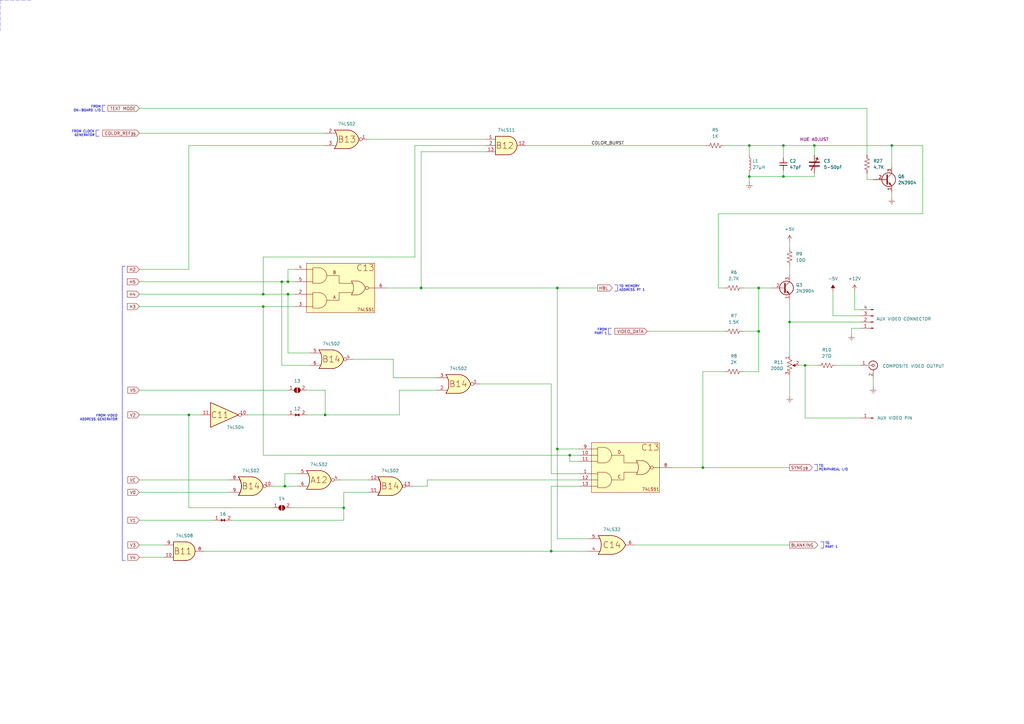
<source format=kicad_sch>
(kicad_sch (version 20211123) (generator eeschema)
  (paper "A3")
  (title_block (title "Apple II - Video Generator Part 2") (date "2022-07-11") (rev "1") (company "Apple Computers, Inc.") (comment 1 "Original schematic by Apple Computers") (comment 2 "https://github.com/omega9380/Retro-Schematics") (comment 3 "Replication by Omega9380 - July 2022") (comment 4 "Source: The Apple II Circuit Description by W. Gayler"))
  (lib_symbols
    (symbol "Apple II:A12_74LS02" (pin_names (offset 1.016))
      (property "Value" "A12_74LS02" (at 0 -6.35 0))
      (symbol "A12_74LS02_0_0"
        (text "A12" (at 1.27 0 0) (effects (font (size 2.54 2.54))))
      )
      (symbol "A12_74LS02_1_1"
        (pin output inverted (at 10.16 0 180) (length 3.81) (name "~") (number "1"))
        (pin input line (at -7.62 2.54 0) (length 4.318) (name "~") (number "2"))
        (pin input line (at -7.62 -2.54 0) (length 4.318) (name "~") (number "3"))
      )
      (symbol "A12_74LS02_1_2"
        (pin output line (at 7.62 0 180) (length 3.81) (name "~") (number "1"))
        (pin input inverted (at -7.62 2.54 0) (length 3.81) (name "~") (number "2"))
        (pin input inverted (at -7.62 -2.54 0) (length 3.81) (name "~") (number "3"))
      )
      (symbol "A12_74LS02_2_1"
        (pin output inverted (at 10.16 0 180) (length 3.81) (name "~") (number "4"))
        (pin input line (at -7.62 2.54 0) (length 4.318) (name "~") (number "5"))
        (pin input line (at -7.62 -2.54 0) (length 4.318) (name "~") (number "6"))
      )
      (symbol "A12_74LS02_2_2"
        (pin output line (at 7.62 0 180) (length 3.81) (name "~") (number "4"))
        (pin input inverted (at -7.62 2.54 0) (length 3.81) (name "~") (number "5"))
        (pin input inverted (at -7.62 -2.54 0) (length 3.81) (name "~") (number "6"))
      )
      (symbol "A12_74LS02_3_1"
        (pin output inverted (at 10.16 0 180) (length 3.81) (name "~") (number "10"))
        (pin input line (at -7.62 2.54 0) (length 4.318) (name "~") (number "8"))
        (pin input line (at -7.62 -2.54 0) (length 4.318) (name "~") (number "9"))
      )
      (symbol "A12_74LS02_3_2"
        (pin output line (at 7.62 0 180) (length 3.81) (name "~") (number "10"))
        (pin input inverted (at -7.62 2.54 0) (length 3.81) (name "~") (number "8"))
        (pin input inverted (at -7.62 -2.54 0) (length 3.81) (name "~") (number "9"))
      )
      (symbol "A12_74LS02_4_1"
        (pin input line (at -7.62 2.54 0) (length 4.318) (name "~") (number "11"))
        (pin input line (at -7.62 -2.54 0) (length 4.318) (name "~") (number "12"))
        (pin output inverted (at 10.16 0 180) (length 3.81) (name "~") (number "13"))
      )
      (symbol "A12_74LS02_4_2"
        (pin input inverted (at -7.62 2.54 0) (length 3.81) (name "~") (number "11"))
        (pin input inverted (at -7.62 -2.54 0) (length 3.81) (name "~") (number "12"))
        (pin output line (at 7.62 0 180) (length 3.81) (name "~") (number "13"))
      )
    )
    (symbol "Apple II:B11_74LS08" (pin_names (offset 1.016))
      (property "Value" "B11_74LS08" (at 0 -6.35 0))
      (symbol "B11_74LS08_0_0"
        (text "B11" (at 0 0 0) (effects (font (size 2.54 2.54))))
      )
      (symbol "B11_74LS08_1_1"
        (pin input line (at -7.62 2.54 0) (length 3.81) (name "~") (number "1"))
        (pin input line (at -7.62 -2.54 0) (length 3.81) (name "~") (number "2"))
        (pin output line (at 8.89 0 180) (length 3.81) (name "~") (number "3"))
      )
      (symbol "B11_74LS08_1_2"
        (pin input inverted (at -7.62 2.54 0) (length 4.318) (name "~") (number "1"))
        (pin input inverted (at -7.62 -2.54 0) (length 4.318) (name "~") (number "2"))
        (pin output inverted (at 7.62 0 180) (length 3.81) (name "~") (number "3"))
      )
      (symbol "B11_74LS08_2_1"
        (pin input line (at -7.62 2.54 0) (length 3.81) (name "~") (number "4"))
        (pin input line (at -7.62 -2.54 0) (length 3.81) (name "~") (number "5"))
        (pin output line (at 8.89 0 180) (length 3.81) (name "~") (number "6"))
      )
      (symbol "B11_74LS08_2_2"
        (pin input inverted (at -7.62 2.54 0) (length 4.318) (name "~") (number "4"))
        (pin input inverted (at -7.62 -2.54 0) (length 4.318) (name "~") (number "5"))
        (pin output inverted (at 7.62 0 180) (length 3.81) (name "~") (number "6"))
      )
      (symbol "B11_74LS08_3_1"
        (pin input line (at -7.62 -2.54 0) (length 3.81) (name "~") (number "10"))
        (pin output line (at 8.89 0 180) (length 3.81) (name "~") (number "8"))
        (pin input line (at -7.62 2.54 0) (length 3.81) (name "~") (number "9"))
      )
      (symbol "B11_74LS08_3_2"
        (pin input inverted (at -7.62 -2.54 0) (length 4.318) (name "~") (number "10"))
        (pin output inverted (at 7.62 0 180) (length 3.81) (name "~") (number "8"))
        (pin input inverted (at -7.62 2.54 0) (length 4.318) (name "~") (number "9"))
      )
      (symbol "B11_74LS08_4_1"
        (pin output line (at 8.89 0 180) (length 3.81) (name "~") (number "11"))
        (pin input line (at -7.62 2.54 0) (length 3.81) (name "~") (number "12"))
        (pin input line (at -7.62 -2.54 0) (length 3.81) (name "~") (number "13"))
      )
      (symbol "B11_74LS08_4_2"
        (pin output inverted (at 7.62 0 180) (length 3.81) (name "~") (number "11"))
        (pin input inverted (at -7.62 2.54 0) (length 4.318) (name "~") (number "12"))
        (pin input inverted (at -7.62 -2.54 0) (length 4.318) (name "~") (number "13"))
      )
    )
    (symbol "Apple II:B12_74LS11" (pin_names (offset 1.016))
      (property "Value" "B12_74LS11" (at 0 -6.35 0))
      (symbol "B12_74LS11_0_0"
        (text "B12" (at 0 0 0) (effects (font (size 2.54 2.54))))
      )
      (symbol "B12_74LS11_1_1"
        (pin input line (at -7.62 2.54 0) (length 3.81) (name "~") (number "1"))
        (pin output line (at 8.89 0 180) (length 3.81) (name "~") (number "12"))
        (pin input line (at -7.62 -2.54 0) (length 3.81) (name "~") (number "13"))
        (pin input line (at -7.62 0 0) (length 3.81) (name "~") (number "2"))
      )
      (symbol "B12_74LS11_1_2"
        (pin input inverted (at -7.62 2.54 0) (length 4.318) (name "~") (number "1"))
        (pin output inverted (at 7.62 0 180) (length 3.81) (name "~") (number "12"))
        (pin input inverted (at -7.62 -2.54 0) (length 4.318) (name "~") (number "13"))
        (pin input inverted (at -7.62 0 0) (length 4.953) (name "~") (number "2"))
      )
      (symbol "B12_74LS11_2_1"
        (pin input line (at -7.62 2.54 0) (length 3.81) (name "~") (number "3"))
        (pin input line (at -7.62 0 0) (length 3.81) (name "~") (number "4"))
        (pin input line (at -7.62 -2.54 0) (length 3.81) (name "~") (number "5"))
        (pin output line (at 8.89 0 180) (length 3.81) (name "~") (number "6"))
      )
      (symbol "B12_74LS11_2_2"
        (pin input inverted (at -7.62 2.54 0) (length 4.318) (name "~") (number "3"))
        (pin input inverted (at -7.62 0 0) (length 4.953) (name "~") (number "4"))
        (pin input inverted (at -7.62 -2.54 0) (length 4.318) (name "~") (number "5"))
        (pin output inverted (at 7.62 0 180) (length 3.81) (name "~") (number "6"))
      )
      (symbol "B12_74LS11_3_1"
        (pin input line (at -7.62 0 0) (length 3.81) (name "~") (number "10"))
        (pin input line (at -7.62 -2.54 0) (length 3.81) (name "~") (number "11"))
        (pin output line (at 8.89 0 180) (length 3.81) (name "~") (number "8"))
        (pin input line (at -7.62 2.54 0) (length 3.81) (name "~") (number "9"))
      )
      (symbol "B12_74LS11_3_2"
        (pin input inverted (at -7.62 0 0) (length 4.953) (name "~") (number "10"))
        (pin input inverted (at -7.62 -2.54 0) (length 4.318) (name "~") (number "11"))
        (pin output inverted (at 7.62 0 180) (length 3.81) (name "~") (number "8"))
        (pin input inverted (at -7.62 2.54 0) (length 4.318) (name "~") (number "9"))
      )
    )
    (symbol "Apple II:B13_74LS02" (pin_names (offset 1.016))
      (property "Value" "B13_74LS02" (at 0 -6.35 0))
      (symbol "B13_74LS02_0_0"
        (text "B13" (at 1.27 0 0) (effects (font (size 2.54 2.54))))
      )
      (symbol "B13_74LS02_1_1"
        (pin output inverted (at 10.16 0 180) (length 3.81) (name "~") (number "1"))
        (pin input line (at -7.62 2.54 0) (length 4.318) (name "~") (number "2"))
        (pin input line (at -7.62 -2.54 0) (length 4.318) (name "~") (number "3"))
      )
      (symbol "B13_74LS02_1_2"
        (pin output line (at 7.62 0 180) (length 3.81) (name "~") (number "1"))
        (pin input inverted (at -7.62 2.54 0) (length 3.81) (name "~") (number "2"))
        (pin input inverted (at -7.62 -2.54 0) (length 3.81) (name "~") (number "3"))
      )
      (symbol "B13_74LS02_2_1"
        (pin output inverted (at 10.16 0 180) (length 3.81) (name "~") (number "4"))
        (pin input line (at -7.62 2.54 0) (length 4.318) (name "~") (number "5"))
        (pin input line (at -7.62 -2.54 0) (length 4.318) (name "~") (number "6"))
      )
      (symbol "B13_74LS02_2_2"
        (pin output line (at 7.62 0 180) (length 3.81) (name "~") (number "4"))
        (pin input inverted (at -7.62 2.54 0) (length 3.81) (name "~") (number "5"))
        (pin input inverted (at -7.62 -2.54 0) (length 3.81) (name "~") (number "6"))
      )
      (symbol "B13_74LS02_3_1"
        (pin output inverted (at 10.16 0 180) (length 3.81) (name "~") (number "10"))
        (pin input line (at -7.62 2.54 0) (length 4.318) (name "~") (number "8"))
        (pin input line (at -7.62 -2.54 0) (length 4.318) (name "~") (number "9"))
      )
      (symbol "B13_74LS02_3_2"
        (pin output line (at 7.62 0 180) (length 3.81) (name "~") (number "10"))
        (pin input inverted (at -7.62 2.54 0) (length 3.81) (name "~") (number "8"))
        (pin input inverted (at -7.62 -2.54 0) (length 3.81) (name "~") (number "9"))
      )
      (symbol "B13_74LS02_4_1"
        (pin input line (at -7.62 2.54 0) (length 4.318) (name "~") (number "11"))
        (pin input line (at -7.62 -2.54 0) (length 4.318) (name "~") (number "12"))
        (pin output inverted (at 10.16 0 180) (length 3.81) (name "~") (number "13"))
      )
      (symbol "B13_74LS02_4_2"
        (pin input inverted (at -7.62 2.54 0) (length 3.81) (name "~") (number "11"))
        (pin input inverted (at -7.62 -2.54 0) (length 3.81) (name "~") (number "12"))
        (pin output line (at 7.62 0 180) (length 3.81) (name "~") (number "13"))
      )
    )
    (symbol "Apple II:B14_74LS02" (pin_names (offset 1.016))
      (property "Value" "B14_74LS02" (at 0 -6.35 0))
      (symbol "B14_74LS02_0_0"
        (text "B14" (at 1.27 0 0) (effects (font (size 2.54 2.54))))
      )
      (symbol "B14_74LS02_1_1"
        (pin output inverted (at 10.16 0 180) (length 3.81) (name "~") (number "1"))
        (pin input line (at -7.62 -2.54 0) (length 4.318) (name "~") (number "2"))
        (pin input line (at -7.62 2.54 0) (length 4.318) (name "~") (number "3"))
      )
      (symbol "B14_74LS02_1_2"
        (pin output line (at 7.62 0 180) (length 3.81) (name "~") (number "1"))
        (pin input inverted (at -7.62 2.54 0) (length 3.81) (name "~") (number "2"))
        (pin input inverted (at -7.62 -2.54 0) (length 3.81) (name "~") (number "3"))
      )
      (symbol "B14_74LS02_2_1"
        (pin output inverted (at 10.16 0 180) (length 3.81) (name "~") (number "4"))
        (pin input line (at -7.62 2.54 0) (length 4.318) (name "~") (number "5"))
        (pin input line (at -7.62 -2.54 0) (length 4.318) (name "~") (number "6"))
      )
      (symbol "B14_74LS02_2_2"
        (pin output line (at 7.62 0 180) (length 3.81) (name "~") (number "4"))
        (pin input inverted (at -7.62 2.54 0) (length 3.81) (name "~") (number "5"))
        (pin input inverted (at -7.62 -2.54 0) (length 3.81) (name "~") (number "6"))
      )
      (symbol "B14_74LS02_3_1"
        (pin output inverted (at 10.16 0 180) (length 3.81) (name "~") (number "10"))
        (pin input line (at -7.62 2.54 0) (length 4.318) (name "~") (number "8"))
        (pin input line (at -7.62 -2.54 0) (length 4.318) (name "~") (number "9"))
      )
      (symbol "B14_74LS02_3_2"
        (pin output line (at 7.62 0 180) (length 3.81) (name "~") (number "10"))
        (pin input inverted (at -7.62 2.54 0) (length 3.81) (name "~") (number "8"))
        (pin input inverted (at -7.62 -2.54 0) (length 3.81) (name "~") (number "9"))
      )
      (symbol "B14_74LS02_4_1"
        (pin input line (at -7.62 -2.54 0) (length 4.318) (name "~") (number "11"))
        (pin input line (at -7.62 2.54 0) (length 4.318) (name "~") (number "12"))
        (pin output inverted (at 10.16 0 180) (length 3.81) (name "~") (number "13"))
      )
      (symbol "B14_74LS02_4_2"
        (pin input inverted (at -7.62 2.54 0) (length 3.81) (name "~") (number "11"))
        (pin input inverted (at -7.62 -2.54 0) (length 3.81) (name "~") (number "12"))
        (pin output line (at 7.62 0 180) (length 3.81) (name "~") (number "13"))
      )
    )
    (symbol "Apple II:Bowtie_SolderJumper" (pin_names (offset 0) hide)
      (property "Reference" "JP" (at 0 2.54 0))
      (property "Value" "Bowtie_SolderJumper" (at 0 -2.54 0))
      (symbol "Bowtie_SolderJumper_1_1"
        (pin passive line (at -3.81 0 0) (length 2.54) (name "A") (number "1"))
        (pin passive line (at 3.81 0 180) (length 2.54) (name "B") (number "2"))
      )
    )
    (symbol "Apple II:C11_74LS04"
      (property "Value" "C11_74LS04" (at 7.62 -3.81 0))
      (symbol "C11_74LS04_0_0"
        (text "C11" (at 0 0 0) (effects (font (size 2.54 2.54))))
      )
      (symbol "C11_74LS04_1_0"
        (pin input line (at -7.62 0 0) (length 3.81) (name "~") (number "1"))
        (pin output inverted (at 11.43 0 180) (length 3.81) (name "~") (number "2"))
      )
      (symbol "C11_74LS04_2_0"
        (pin input line (at -7.62 0 0) (length 3.81) (name "~") (number "3"))
        (pin output inverted (at 11.43 0 180) (length 3.81) (name "~") (number "4"))
      )
      (symbol "C11_74LS04_3_0"
        (pin input line (at -7.62 0 0) (length 3.81) (name "~") (number "5"))
        (pin output inverted (at 11.43 0 180) (length 3.81) (name "~") (number "6"))
      )
      (symbol "C11_74LS04_4_0"
        (pin output inverted (at 11.43 0 180) (length 3.81) (name "~") (number "8"))
        (pin input line (at -7.62 0 0) (length 3.81) (name "~") (number "9"))
      )
      (symbol "C11_74LS04_5_0"
        (pin output inverted (at 11.43 0 180) (length 3.81) (name "~") (number "10"))
        (pin input line (at -7.62 0 0) (length 3.81) (name "~") (number "11"))
      )
      (symbol "C11_74LS04_6_0"
        (pin output inverted (at 11.43 0 180) (length 3.81) (name "~") (number "12"))
        (pin input line (at -7.62 0 0) (length 3.81) (name "~") (number "13"))
      )
    )
    (symbol "Apple II:C13_74LS51" (pin_names (offset 1.016))
      (symbol "C13_74LS51_0_0"
        (text "74LS51" (at 13.97 -8.89 0) (effects (font (size 1.27 1.27)) (justify right)))
        (text "C13" (at 13.97 8.255 0) (effects (font (size 2.54 2.54)) (justify right)))
      )
      (symbol "C13_74LS51_1_0"
        (pin input line (at -19.05 -2.54 0) (length 5.08) (name "~") (number "1"))
        (pin input line (at -19.05 5.08 0) (length 5.08) (name "~") (number "10"))
        (pin input line (at -19.05 2.54 0) (length 5.08) (name "~") (number "11"))
        (pin input line (at -19.05 -5.08 0) (length 5.08) (name "~") (number "12"))
        (pin input line (at -19.05 -7.62 0) (length 5.08) (name "~") (number "13"))
        (pin output line (at 19.05 0 180) (length 5.08) (name "~") (number "8"))
        (pin input line (at -19.05 7.62 0) (length 5.08) (name "~") (number "9"))
      )
      (symbol "C13_74LS51_1_1"
        (text "C" (at -2.54 -3.81 0) (effects (font (size 1.27 1.27))))
        (text "D" (at -2.54 6.35 0) (effects (font (size 1.27 1.27))))
      )
      (symbol "C13_74LS51_2_0"
        (pin input line (at -19.05 -2.54 0) (length 5.08) (name "~") (number "2"))
        (pin input line (at -19.05 -7.62 0) (length 5.08) (name "~") (number "3"))
        (pin input line (at -19.05 7.62 0) (length 5.08) (name "~") (number "4"))
        (pin input line (at -19.05 2.54 0) (length 5.08) (name "~") (number "5"))
        (pin output line (at 19.05 0 180) (length 5.08) (name "~") (number "6"))
      )
      (symbol "C13_74LS51_2_1"
        (text "A" (at -2.54 -3.81 0) (effects (font (size 1.27 1.27))))
        (text "B" (at -2.54 6.35 0) (effects (font (size 1.27 1.27))))
      )
    )
    (symbol "Apple II:C14_74LS32" (pin_names (offset 1.016))
      (property "Value" "C14_74LS32" (at 0 -6.35 0))
      (symbol "C14_74LS32_0_0"
        (text "C14" (at 0.762 0 0) (effects (font (size 2.54 2.54))))
      )
      (symbol "C14_74LS32_1_1"
        (pin input line (at -8.89 2.54 0) (length 4.318) (name "~") (number "1"))
        (pin input line (at -8.89 -2.54 0) (length 4.318) (name "~") (number "2"))
        (pin output line (at 10.16 0 180) (length 3.81) (name "~") (number "3"))
      )
      (symbol "C14_74LS32_1_2"
        (pin input inverted (at -7.62 2.54 0) (length 3.81) (name "~") (number "1"))
        (pin input inverted (at -7.62 -2.54 0) (length 3.81) (name "~") (number "2"))
        (pin output inverted (at 7.62 0 180) (length 3.81) (name "~") (number "3"))
      )
      (symbol "C14_74LS32_2_1"
        (pin input line (at -8.89 2.54 0) (length 4.318) (name "~") (number "4"))
        (pin input line (at -8.89 -2.54 0) (length 4.318) (name "~") (number "5"))
        (pin output line (at 10.16 0 180) (length 3.81) (name "~") (number "6"))
      )
      (symbol "C14_74LS32_2_2"
        (pin input inverted (at -7.62 2.54 0) (length 3.81) (name "~") (number "4"))
        (pin input inverted (at -7.62 -2.54 0) (length 3.81) (name "~") (number "5"))
        (pin output inverted (at 7.62 0 180) (length 3.81) (name "~") (number "6"))
      )
      (symbol "C14_74LS32_3_1"
        (pin input line (at -8.89 -2.54 0) (length 4.318) (name "~") (number "10"))
        (pin output line (at 10.16 0 180) (length 3.81) (name "~") (number "8"))
        (pin input line (at -8.89 2.54 0) (length 4.318) (name "~") (number "9"))
      )
      (symbol "C14_74LS32_3_2"
        (pin input inverted (at -7.62 -2.54 0) (length 3.81) (name "~") (number "10"))
        (pin output inverted (at 7.62 0 180) (length 3.81) (name "~") (number "8"))
        (pin input inverted (at -7.62 2.54 0) (length 3.81) (name "~") (number "9"))
      )
      (symbol "C14_74LS32_4_1"
        (pin output line (at 10.16 0 180) (length 3.81) (name "~") (number "11"))
        (pin input line (at -8.89 2.54 0) (length 4.318) (name "~") (number "12"))
        (pin input line (at -8.89 -2.54 0) (length 4.318) (name "~") (number "13"))
      )
      (symbol "C14_74LS32_4_2"
        (pin output inverted (at 7.62 0 180) (length 3.81) (name "~") (number "11"))
        (pin input inverted (at -7.62 2.54 0) (length 3.81) (name "~") (number "12"))
        (pin input inverted (at -7.62 -2.54 0) (length 3.81) (name "~") (number "13"))
      )
    )
    (symbol "Connector:Conn_01x01_Male" (pin_names (offset 1.016) hide)
      (property "Reference" "J" (at 0 2.54 0))
      (property "Value" "Conn_01x01_Male" (at 0 -2.54 0))
      (symbol "Conn_01x01_Male_1_1"
        (pin passive line (at 5.08 0 180) (length 3.81) (name "Pin_1") (number "1"))
      )
    )
    (symbol "Connector:Conn_01x04_Male" (pin_names (offset 1.016) hide)
      (property "Reference" "J" (at 0 5.08 0))
      (property "Value" "Conn_01x04_Male" (at 0 -7.62 0))
      (symbol "Conn_01x04_Male_1_1"
        (pin passive line (at 5.08 2.54 180) (length 3.81) (name "Pin_1") (number "1"))
        (pin passive line (at 5.08 0 180) (length 3.81) (name "Pin_2") (number "2"))
        (pin passive line (at 5.08 -2.54 180) (length 3.81) (name "Pin_3") (number "3"))
        (pin passive line (at 5.08 -5.08 180) (length 3.81) (name "Pin_4") (number "4"))
      )
    )
    (symbol "Connector:Conn_Coaxial" (pin_names (offset 1.016) hide)
      (property "Reference" "J" (at 0.254 3.048 0))
      (property "Value" "Conn_Coaxial" (at 2.921 0 90))
      (symbol "Conn_Coaxial_1_1"
        (pin passive line (at -5.08 0 0) (length 2.54) (name "In") (number "1"))
        (pin passive line (at 0 -5.08 90) (length 2.54) (name "Ext") (number "2"))
      )
    )
    (symbol "Device:C_Small" (pin_numbers hide) (pin_names (offset 0.254) hide)
      (property "Reference" "C" (at 0.254 1.778 0))
      (property "Value" "C_Small" (at 0.254 -2.032 0))
      (symbol "C_Small_1_1"
        (pin passive line (at 0 2.54 270) (length 2.032) (name "~") (number "1"))
        (pin passive line (at 0 -2.54 90) (length 2.032) (name "~") (number "2"))
      )
    )
    (symbol "Device:C_Variable" (pin_numbers hide) (pin_names (offset 0.254) hide)
      (property "Reference" "C" (at 0.635 -1.905 0))
      (property "Value" "C_Variable" (at 0.635 -3.81 0))
      (symbol "C_Variable_1_1"
        (pin passive line (at 0 3.81 270) (length 3.048) (name "~") (number "1"))
        (pin passive line (at 0 -3.81 90) (length 3.048) (name "~") (number "2"))
      )
    )
    (symbol "Device:L" (pin_numbers hide) (pin_names (offset 1.016) hide)
      (property "Reference" "L" (at -1.27 0 90))
      (property "Value" "L" (at 1.905 0 90))
      (symbol "L_1_1"
        (pin passive line (at 0 3.81 270) (length 1.27) (name "1") (number "1"))
        (pin passive line (at 0 -3.81 90) (length 1.27) (name "2") (number "2"))
      )
    )
    (symbol "Device:R_Potentiometer_US" (pin_names (offset 1.016) hide)
      (property "Reference" "RV" (at -4.445 0 90))
      (property "Value" "R_Potentiometer_US" (at -2.54 0 90))
      (symbol "R_Potentiometer_US_1_1"
        (pin passive line (at 0 3.81 270) (length 1.27) (name "1") (number "1"))
        (pin passive line (at 3.81 0 180) (length 1.27) (name "2") (number "2"))
        (pin passive line (at 0 -3.81 90) (length 1.27) (name "3") (number "3"))
      )
    )
    (symbol "Device:R_US" (pin_numbers hide) (pin_names (offset 0))
      (property "Reference" "R" (at 2.54 0 90))
      (property "Value" "R_US" (at -2.54 0 90))
      (symbol "R_US_1_1"
        (pin passive line (at 0 3.81 270) (length 1.27) (name "~") (number "1"))
        (pin passive line (at 0 -3.81 90) (length 1.27) (name "~") (number "2"))
      )
    )
    (symbol "Jumper:SolderJumper_2_Open" (pin_names (offset 0) hide)
      (property "Reference" "JP" (at 0 2.032 0))
      (property "Value" "SolderJumper_2_Open" (at 0 -2.54 0))
      (symbol "SolderJumper_2_Open_1_1"
        (pin passive line (at -3.81 0 0) (length 2.54) (name "A") (number "1"))
        (pin passive line (at 3.81 0 180) (length 2.54) (name "B") (number "2"))
      )
    )
    (symbol "Transistor_BJT:2N3904" (pin_names (offset 0) hide)
      (property "Reference" "Q" (at 5.08 1.905 0))
      (property "Value" "2N3904" (at 5.08 0 0))
      (symbol "2N3904_1_1"
        (pin passive line (at 2.54 -5.08 90) (length 2.54) (name "E") (number "1"))
        (pin passive line (at -5.08 0 0) (length 5.715) (name "B") (number "2"))
        (pin passive line (at 2.54 5.08 270) (length 2.54) (name "C") (number "3"))
      )
    )
    (symbol "power:+12V" (power) (pin_names (offset 0))
      (property "Value" "+12V" (at 0 3.556 0))
      (symbol "+12V_1_1"
        (pin power_in line (at 0 0 90) (length 0) hide (name "+12V") (number "1"))
      )
    )
    (symbol "power:+5V" (power) (pin_names (offset 0))
      (property "Value" "+5V" (at 0 3.556 0))
      (symbol "+5V_1_1"
        (pin power_in line (at 0 0 90) (length 0) hide (name "+5V") (number "1"))
      )
    )
    (symbol "power:-5V" (power) (pin_names (offset 0))
      (property "Value" "-5V" (at 0 3.81 0))
      (symbol "-5V_0_0"
        (pin power_in line (at 0 0 90) (length 0) hide (name "-5V") (number "1"))
      )
    )
    (symbol "power:Earth" (power) (pin_names (offset 0))
      (symbol "Earth_1_1"
        (pin power_in line (at 0 0 270) (length 0) hide (name "Earth") (number "1"))
      )
    )
  )
  (junction (at 311.15 135.89))
  (junction (at 311.15 118.11))
  (junction (at 365.76 59.69))
  (junction (at 118.11 115.57))
  (junction (at 288.29 191.77))
  (junction (at 118.11 120.65))
  (junction (at 172.72 118.11))
  (junction (at 228.6 118.11))
  (junction (at 321.31 72.39))
  (junction (at 233.68 186.69))
  (junction (at 226.06 226.06))
  (junction (at 107.95 120.65))
  (junction (at 323.85 132.08))
  (junction (at 330.2 149.86))
  (junction (at 307.34 72.39))
  (junction (at 140.97 208.28))
  (junction (at 107.95 125.73))
  (junction (at 321.31 59.69))
  (junction (at 115.57 115.57))
  (junction (at 133.35 170.18))
  (junction (at 228.6 184.15))
  (junction (at 116.84 199.39))
  (junction (at 334.01 59.69))
  (junction (at 307.34 59.69))
  (junction (at 77.47 170.18))
  (polyline (pts (xy 0 0) (xy 0 12.7)))
  (polyline (pts (xy 334.01 190.5) (xy 335.28 190.5)) (stroke (width 0) (type solid)))
  (wire (pts (xy 349.25 134.62) (xy 349.25 137.16)))
  (wire (pts (xy 353.06 127) (xy 350.52 127)))
  (wire (pts (xy 77.47 208.28) (xy 111.76 208.28)))
  (wire (pts (xy 334.01 71.12) (xy 334.01 72.39)))
  (polyline (pts (xy 40.64 55.88) (xy 39.37 55.88)) (stroke (width 0) (type solid)))
  (polyline (pts (xy 336.55 224.79) (xy 337.82 224.79)) (stroke (width 0) (type solid)))
  (wire (pts (xy 140.97 208.28) (xy 140.97 213.36)))
  (polyline (pts (xy 43.18 45.72) (xy 41.91 45.72)) (stroke (width 0) (type solid)))
  (polyline (pts (xy 41.91 43.18) (xy 41.91 45.72)) (stroke (width 0) (type solid)))
  (wire (pts (xy 307.34 71.12) (xy 307.34 72.39)))
  (wire (pts (xy 304.8 135.89) (xy 311.15 135.89)))
  (wire (pts (xy 353.06 132.08) (xy 323.85 132.08)))
  (wire (pts (xy 116.84 194.31) (xy 116.84 199.39)))
  (polyline (pts (xy 334.01 193.04) (xy 335.28 193.04)) (stroke (width 0) (type solid)))
  (wire (pts (xy 118.11 120.65) (xy 120.65 120.65)))
  (wire (pts (xy 226.06 194.31) (xy 237.49 194.31)))
  (wire (pts (xy 241.3 220.98) (xy 228.6 220.98)))
  (wire (pts (xy 321.31 72.39) (xy 307.34 72.39)))
  (wire (pts (xy 323.85 223.52) (xy 260.35 223.52)))
  (wire (pts (xy 57.15 115.57) (xy 115.57 115.57)))
  (wire (pts (xy 341.63 119.38) (xy 341.63 129.54)))
  (wire (pts (xy 288.29 152.4) (xy 288.29 191.77)))
  (wire (pts (xy 226.06 226.06) (xy 226.06 199.39)))
  (wire (pts (xy 321.31 64.77) (xy 321.31 59.69)))
  (wire (pts (xy 115.57 115.57) (xy 118.11 115.57)))
  (wire (pts (xy 237.49 189.23) (xy 233.68 189.23)))
  (wire (pts (xy 151.13 201.93) (xy 140.97 201.93)))
  (wire (pts (xy 77.47 170.18) (xy 77.47 208.28)))
  (wire (pts (xy 133.35 170.18) (xy 125.73 170.18)))
  (wire (pts (xy 323.85 109.22) (xy 323.85 113.03)))
  (wire (pts (xy 57.15 160.02) (xy 118.11 160.02)))
  (wire (pts (xy 297.18 59.69) (xy 307.34 59.69)))
  (polyline (pts (xy 39.37 53.34) (xy 39.37 55.88)) (stroke (width 0) (type solid)))
  (polyline (pts (xy 253.365 116.84) (xy 253.365 119.38)) (stroke (width 0) (type solid)))
  (wire (pts (xy 121.92 194.31) (xy 116.84 194.31)))
  (wire (pts (xy 125.73 160.02) (xy 133.35 160.02)))
  (polyline (pts (xy 51.435 229.87) (xy 50.165 229.87)) (stroke (width 0) (type solid)))
  (wire (pts (xy 311.15 152.4) (xy 311.15 135.89)))
  (wire (pts (xy 144.78 147.32) (xy 161.29 147.32)))
  (wire (pts (xy 116.84 199.39) (xy 121.92 199.39)))
  (wire (pts (xy 358.14 158.75) (xy 358.14 154.94)))
  (wire (pts (xy 57.15 201.93) (xy 93.98 201.93)))
  (wire (pts (xy 294.64 118.11) (xy 297.18 118.11)))
  (wire (pts (xy 77.47 59.69) (xy 77.47 110.49)))
  (polyline (pts (xy 337.82 222.25) (xy 337.82 224.79)) (stroke (width 0) (type solid)))
  (polyline (pts (xy 335.28 190.5) (xy 335.28 193.04)) (stroke (width 0) (type solid)))
  (wire (pts (xy 307.34 59.69) (xy 321.31 59.69)))
  (wire (pts (xy 323.85 146.05) (xy 323.85 132.08)))
  (wire (pts (xy 226.06 157.48) (xy 226.06 194.31)))
  (wire (pts (xy 163.83 170.18) (xy 133.35 170.18)))
  (wire (pts (xy 237.49 196.85) (xy 175.26 196.85)))
  (wire (pts (xy 107.95 105.41) (xy 107.95 120.65)))
  (wire (pts (xy 241.3 226.06) (xy 226.06 226.06)))
  (wire (pts (xy 323.85 99.06) (xy 323.85 101.6)))
  (polyline (pts (xy 40.64 53.34) (xy 39.37 53.34)) (stroke (width 0) (type solid)))
  (wire (pts (xy 304.8 118.11) (xy 311.15 118.11)))
  (wire (pts (xy 307.34 72.39) (xy 307.34 74.93)))
  (wire (pts (xy 321.31 69.85) (xy 321.31 72.39)))
  (polyline (pts (xy 336.55 222.25) (xy 337.82 222.25)) (stroke (width 0) (type solid)))
  (wire (pts (xy 228.6 118.11) (xy 245.11 118.11)))
  (wire (pts (xy 311.15 135.89) (xy 311.15 118.11)))
  (wire (pts (xy 228.6 184.15) (xy 228.6 220.98)))
  (wire (pts (xy 378.46 59.69) (xy 378.46 87.63)))
  (wire (pts (xy 107.95 186.69) (xy 107.95 125.73)))
  (wire (pts (xy 342.9 149.86) (xy 353.06 149.86)))
  (wire (pts (xy 378.46 87.63) (xy 294.64 87.63)))
  (wire (pts (xy 111.76 199.39) (xy 116.84 199.39)))
  (wire (pts (xy 119.38 208.28) (xy 140.97 208.28)))
  (wire (pts (xy 199.39 59.69) (xy 170.18 59.69)))
  (wire (pts (xy 334.01 59.69) (xy 365.76 59.69)))
  (wire (pts (xy 57.15 54.61) (xy 133.35 54.61)))
  (wire (pts (xy 127 149.86) (xy 115.57 149.86)))
  (wire (pts (xy 57.15 170.18) (xy 77.47 170.18)))
  (wire (pts (xy 353.06 129.54) (xy 341.63 129.54)))
  (wire (pts (xy 57.15 228.6) (xy 67.31 228.6)))
  (wire (pts (xy 365.76 59.69) (xy 365.76 68.58)))
  (wire (pts (xy 118.11 144.78) (xy 118.11 120.65)))
  (polyline (pts (xy 252.095 116.84) (xy 253.365 116.84)) (stroke (width 0) (type solid)))
  (wire (pts (xy 355.6 71.12) (xy 355.6 73.66)))
  (wire (pts (xy 140.97 201.93) (xy 140.97 208.28)))
  (wire (pts (xy 233.68 186.69) (xy 107.95 186.69)))
  (polyline (pts (xy 50.165 109.22) (xy 50.165 229.87)) (stroke (width 0) (type solid)))
  (wire (pts (xy 275.59 191.77) (xy 288.29 191.77)))
  (wire (pts (xy 161.29 147.32) (xy 161.29 154.94)))
  (wire (pts (xy 330.2 149.86) (xy 335.28 149.86)))
  (wire (pts (xy 265.43 135.89) (xy 297.18 135.89)))
  (wire (pts (xy 355.6 63.5) (xy 355.6 44.45)))
  (wire (pts (xy 57.15 44.45) (xy 355.6 44.45)))
  (wire (pts (xy 151.13 57.15) (xy 199.39 57.15)))
  (wire (pts (xy 353.06 134.62) (xy 349.25 134.62)))
  (wire (pts (xy 172.72 118.11) (xy 158.75 118.11)))
  (wire (pts (xy 350.52 119.38) (xy 350.52 127)))
  (wire (pts (xy 140.97 213.36) (xy 95.25 213.36)))
  (wire (pts (xy 107.95 125.73) (xy 120.65 125.73)))
  (wire (pts (xy 179.07 160.02) (xy 163.83 160.02)))
  (wire (pts (xy 323.85 132.08) (xy 323.85 123.19)))
  (wire (pts (xy 107.95 120.65) (xy 118.11 120.65)))
  (wire (pts (xy 237.49 184.15) (xy 228.6 184.15)))
  (wire (pts (xy 199.39 62.23) (xy 172.72 62.23)))
  (polyline (pts (xy 43.18 43.18) (xy 41.91 43.18)) (stroke (width 0) (type solid)))
  (wire (pts (xy 365.76 81.28) (xy 365.76 78.74)))
  (wire (pts (xy 365.76 59.69) (xy 378.46 59.69)))
  (wire (pts (xy 57.15 120.65) (xy 107.95 120.65)))
  (polyline (pts (xy 250.825 134.62) (xy 249.555 134.62)) (stroke (width 0) (type solid)))
  (wire (pts (xy 304.8 152.4) (xy 311.15 152.4)))
  (wire (pts (xy 196.85 157.48) (xy 226.06 157.48)))
  (wire (pts (xy 118.11 110.49) (xy 118.11 115.57)))
  (wire (pts (xy 307.34 63.5) (xy 307.34 59.69)))
  (polyline (pts (xy 12.7 0) (xy 0 0)))
  (wire (pts (xy 77.47 110.49) (xy 57.15 110.49)))
  (wire (pts (xy 288.29 191.77) (xy 323.85 191.77)))
  (wire (pts (xy 151.13 196.85) (xy 139.7 196.85)))
  (wire (pts (xy 334.01 63.5) (xy 334.01 59.69)))
  (wire (pts (xy 57.15 196.85) (xy 93.98 196.85)))
  (wire (pts (xy 170.18 59.69) (xy 170.18 105.41)))
  (wire (pts (xy 228.6 118.11) (xy 228.6 184.15)))
  (polyline (pts (xy 249.555 134.62) (xy 249.555 137.16)) (stroke (width 0) (type solid)))
  (wire (pts (xy 77.47 170.18) (xy 82.55 170.18)))
  (wire (pts (xy 120.65 110.49) (xy 118.11 110.49)))
  (wire (pts (xy 327.66 149.86) (xy 330.2 149.86)))
  (wire (pts (xy 172.72 118.11) (xy 228.6 118.11)))
  (wire (pts (xy 133.35 170.18) (xy 133.35 160.02)))
  (wire (pts (xy 161.29 154.94) (xy 179.07 154.94)))
  (wire (pts (xy 355.6 73.66) (xy 358.14 73.66)))
  (wire (pts (xy 321.31 59.69) (xy 334.01 59.69)))
  (wire (pts (xy 294.64 87.63) (xy 294.64 118.11)))
  (wire (pts (xy 133.35 59.69) (xy 77.47 59.69)))
  (polyline (pts (xy 51.435 109.22) (xy 50.165 109.22)) (stroke (width 0) (type solid)))
  (wire (pts (xy 330.2 171.45) (xy 353.06 171.45)))
  (wire (pts (xy 57.15 125.73) (xy 107.95 125.73)))
  (wire (pts (xy 83.82 226.06) (xy 226.06 226.06)))
  (wire (pts (xy 334.01 72.39) (xy 321.31 72.39)))
  (polyline (pts (xy 252.095 119.38) (xy 253.365 119.38)) (stroke (width 0) (type solid)))
  (wire (pts (xy 311.15 118.11) (xy 316.23 118.11)))
  (wire (pts (xy 163.83 160.02) (xy 163.83 170.18)))
  (wire (pts (xy 172.72 62.23) (xy 172.72 118.11)))
  (wire (pts (xy 87.63 213.36) (xy 57.15 213.36)))
  (wire (pts (xy 175.26 199.39) (xy 168.91 199.39)))
  (wire (pts (xy 127 144.78) (xy 118.11 144.78)))
  (wire (pts (xy 175.26 196.85) (xy 175.26 199.39)))
  (wire (pts (xy 330.2 149.86) (xy 330.2 171.45)))
  (wire (pts (xy 233.68 189.23) (xy 233.68 186.69)))
  (wire (pts (xy 170.18 105.41) (xy 107.95 105.41)))
  (wire (pts (xy 226.06 199.39) (xy 237.49 199.39)))
  (wire (pts (xy 57.15 223.52) (xy 67.31 223.52)))
  (wire (pts (xy 323.85 162.56) (xy 323.85 153.67)))
  (wire (pts (xy 118.11 170.18) (xy 101.6 170.18)))
  (wire (pts (xy 118.11 115.57) (xy 120.65 115.57)))
  (wire (pts (xy 115.57 149.86) (xy 115.57 115.57)))
  (wire (pts (xy 297.18 152.4) (xy 288.29 152.4)))
  (wire (pts (xy 289.56 59.69) (xy 215.9 59.69)))
  (polyline (pts (xy 250.825 137.16) (xy 249.555 137.16)) (stroke (width 0) (type solid)))
  (wire (pts (xy 237.49 186.69) (xy 233.68 186.69)))
  (text "FROM\nPART 1" (at 249.047 137.414 180) (effects (font (size 0.96 0.96)) (justify right bottom)))
  (text "TO\nPART 1" (at 338.328 225.044 0) (effects (font (size 0.96 0.96)) (justify left bottom)))
  (text "TO\nPERIPHREAL I/O" (at 335.788 193.294 0) (effects (font (size 0.96 0.96)) (justify left bottom)))
  (text "FROM\nON-BOARD I/O" (at 41.402 45.974 180) (effects (font (size 0.96 0.96)) (justify right bottom)))
  (text "FROM CLOCK\nGENERATOR" (at 38.862 56.134 180) (effects (font (size 0.96 0.96)) (justify right bottom)))
  (text "TO MEMORY\nADDRESS PT 1" (at 253.873 119.634 0) (effects (font (size 0.96 0.96)) (justify left bottom)))
  (text "FROM VIDEO\nADDRESS GENERATOR" (at 48.26 172.72 180) (effects (font (size 0.96 0.96)) (justify right bottom)))
  (label "COLOR_BURST" (at 242.57 59.69 0))
  (global_label "SYNC_{19}" (shape output) (at 323.85 191.77 0) (property "Intersheet References" "${INTERSHEET_REFS}" (effects hide)))
  (global_label "V2" (shape input) (at 57.15 170.18 180) (property "Intersheet References" "${INTERSHEET_REFS}" (effects hide)))
  (global_label "H4" (shape input) (at 57.15 120.65 180) (property "Intersheet References" "${INTERSHEET_REFS}" (effects hide)))
  (global_label "VIDEO_DATA" (shape input) (at 265.43 135.89 180) (property "Intersheet References" "${INTERSHEET_REFS}" (effects hide)))
  (global_label "V1" (shape input) (at 57.15 213.36 180) (property "Intersheet References" "${INTERSHEET_REFS}" (effects hide)))
  (global_label "HBL" (shape output) (at 245.11 118.11 0) (property "Intersheet References" "${INTERSHEET_REFS}" (effects hide)))
  (global_label "V4" (shape input) (at 57.15 228.6 180) (property "Intersheet References" "${INTERSHEET_REFS}" (effects hide)))
  (global_label "VC" (shape input) (at 57.15 196.85 180) (property "Intersheet References" "${INTERSHEET_REFS}" (effects hide)))
  (global_label "V5" (shape input) (at 57.15 160.02 180) (property "Intersheet References" "${INTERSHEET_REFS}" (effects hide)))
  (global_label "V3" (shape input) (at 57.15 223.52 180) (property "Intersheet References" "${INTERSHEET_REFS}" (effects hide)))
  (global_label "H2" (shape input) (at 57.15 110.49 180) (property "Intersheet References" "${INTERSHEET_REFS}" (effects hide)))
  (global_label "H5" (shape input) (at 57.15 115.57 180) (property "Intersheet References" "${INTERSHEET_REFS}" (effects hide)))
  (global_label "V0" (shape input) (at 57.15 201.93 180) (property "Intersheet References" "${INTERSHEET_REFS}" (effects hide)))
  (global_label "BLANKING" (shape output) (at 323.85 223.52 0) (property "Intersheet References" "${INTERSHEET_REFS}" (effects hide)))
  (global_label "H3" (shape input) (at 57.15 125.73 180) (property "Intersheet References" "${INTERSHEET_REFS}" (effects hide)))
  (global_label "TEXT MODE" (shape input) (at 57.15 44.45 180) (property "Intersheet References" "${INTERSHEET_REFS}" (effects hide)))
  (global_label "COLOR_REF_{35}" (shape input) (at 57.15 54.61 180) (property "Intersheet References" "${INTERSHEET_REFS}" (effects hide)))
  (symbol (lib_id "Apple II:B14_74LS02") (at 186.69 157.48 0) (unit 1)
    (property "Reference" "B14" (effects hide))
    (property "Value" "74LS02" (at 187.9286 151.13 0))
    (property "Datasheet" "http://www.ti.com/lit/gpn/sn74ls02" (effects hide))
  )
  (symbol (lib_id "Device:R_US") (at 300.99 135.89 90) (unit 1)
    (property "Reference" "R7" (at 300.99 129.54 90))
    (property "Value" "1.5K" (at 300.99 132.08 90))
  )
  (symbol (lib_id "Connector:Conn_01x04_Male") (at 358.14 132.08 180) (unit 1)
    (property "Reference" "J?" (effects hide))
    (property "Value" "AUX VIDEO CONNECTOR" (at 359.41 130.81 0) (effects (justify right)))
  )
  (symbol (lib_id "Jumper:SolderJumper_2_Open") (at 115.57 208.28 0) (unit 1)
    (property "Reference" "JP14" (effects hide))
    (property "Value" "14" (at 115.57 204.47 0))
  )
  (symbol (lib_id "Device:R_US") (at 300.99 118.11 90) (unit 1)
    (property "Reference" "R6" (at 300.99 111.76 90))
    (property "Value" "2.7K" (at 300.99 114.3 90))
  )
  (symbol (lib_id "Apple II:C13_74LS51") (at 256.54 191.77 0) (unit 1)
    (property "Reference" "U?" (effects hide))
    (property "Value" "C13_74LS51" (effects hide))
    (property "Datasheet" "http://www.ti.com/lit/ds/symlink/sn74ls51.pdf" (effects hide))
  )
  (symbol (lib_id "Apple II:C11_74LS04") (at 90.17 170.18 0) (unit 5)
    (property "Reference" "C11" (effects hide))
    (property "Value" "74LS04" (at 96.52 175.26 0))
    (property "Datasheet" "http://www.ti.com/lit/gpn/sn74LS04" (effects hide))
  )
  (symbol (lib_id "Connector:Conn_Coaxial") (at 358.14 149.86 0) (unit 1)
    (property "Reference" "J?" (effects hide))
    (property "Value" "COMPOSITE VIDEO OUTPUT" (at 361.95 150.1531 0) (effects (justify left)))
    (property "Datasheet" " ~" (effects hide))
  )
  (symbol (lib_id "power:+12V") (at 350.52 119.38 0) (unit 1)
    (property "Reference" "#PWR?" (effects hide))
    (property "Value" "+12V" (at 350.52 114.3 0))
  )
  (symbol (lib_id "Apple II:B11_74LS08") (at 74.93 226.06 0) (unit 3)
    (property "Reference" "B?" (effects hide))
    (property "Value" "74LS08" (at 75.565 219.71 0))
    (property "Datasheet" "http://www.ti.com/lit/gpn/sn74LS08" (effects hide))
  )
  (symbol (lib_id "Apple II:B13_74LS02") (at 140.97 57.15 0) (unit 1)
    (property "Reference" "B?" (effects hide))
    (property "Value" "74LS02" (at 142.2086 50.8 0))
    (property "Datasheet" "http://www.ti.com/lit/gpn/sn74ls02" (effects hide))
  )
  (symbol (lib_id "Device:R_US") (at 339.09 149.86 90) (unit 1)
    (property "Reference" "R10" (at 339.09 143.51 90))
    (property "Value" "27Ω" (at 339.09 146.05 90))
  )
  (symbol (lib_id "Apple II:Bowtie_SolderJumper") (at 121.92 170.18 0) (unit 1)
    (property "Reference" "JP12" (effects hide))
    (property "Value" "12" (at 121.92 167.64 0))
  )
  (symbol (lib_id "Apple II:B12_74LS11") (at 207.01 59.69 0) (unit 1)
    (property "Reference" "B?" (effects hide))
    (property "Value" "74LS11" (at 207.645 53.34 0))
    (property "Datasheet" "http://www.ti.com/lit/gpn/sn74LS11" (effects hide))
  )
  (symbol (lib_id "Device:R_Potentiometer_US") (at 323.85 149.86 0) (unit 1)
    (property "Reference" "R11" (at 321.31 148.5899 0) (effects (justify right)))
    (property "Value" "200Ω" (at 321.31 151.1299 0) (effects (justify right)))
  )
  (symbol (lib_id "power:Earth") (at 323.85 162.56 0) (unit 1)
    (property "Reference" "#PWR?" (effects hide))
    (property "Value" "Earth" (effects hide))
  )
  (symbol (lib_id "power:Earth") (at 349.25 137.16 0) (unit 1)
    (property "Reference" "#PWR?" (effects hide))
    (property "Value" "Earth" (effects hide))
  )
  (symbol (lib_id "Device:C_Variable") (at 334.01 67.31 0) (unit 1)
    (property "Reference" "C3" (at 337.82 66.0399 0) (effects (justify left)))
    (property "Value" "5-50pF" (at 337.82 68.5799 0) (effects (justify left)))
    (property "NAME" "HUE ADJUST" (at 334.01 57.15 0))
  )
  (symbol (lib_id "Device:L") (at 307.34 67.31 0) (unit 1)
    (property "Reference" "L1" (at 308.61 66.0399 0) (effects (justify left)))
    (property "Value" "27µH" (at 308.61 68.5799 0) (effects (justify left)))
  )
  (symbol (lib_id "Device:C_Small") (at 321.31 67.31 0) (unit 1)
    (property "Reference" "C2" (at 323.85 66.0462 0) (effects (justify left)))
    (property "Value" "47pF" (at 323.85 68.5862 0) (effects (justify left)))
  )
  (symbol (lib_id "Apple II:B14_74LS02") (at 134.62 147.32 0) (unit 2)
    (property "Reference" "B14" (effects hide))
    (property "Value" "74LS02" (at 135.8586 140.97 0))
    (property "Datasheet" "http://www.ti.com/lit/gpn/sn74ls02" (effects hide))
  )
  (symbol (lib_id "power:Earth") (at 365.76 81.28 0) (unit 1)
    (property "Reference" "#PWR?" (effects hide))
    (property "Value" "Earth" (effects hide))
  )
  (symbol (lib_id "power:+5V") (at 323.85 99.06 0) (unit 1)
    (property "Reference" "#PWR?" (effects hide))
    (property "Value" "+5V" (at 323.85 93.98 0))
  )
  (symbol (lib_id "Apple II:A12_74LS02") (at 129.54 196.85 0) (unit 2)
    (property "Reference" "A12" (effects hide))
    (property "Value" "74LS02" (at 130.7786 190.5 0))
    (property "Datasheet" "http://www.ti.com/lit/gpn/sn74ls02" (effects hide))
  )
  (symbol (lib_id "Apple II:Bowtie_SolderJumper") (at 91.44 213.36 0) (unit 1)
    (property "Reference" "JP16" (effects hide))
    (property "Value" "16" (at 91.44 210.82 0))
  )
  (symbol (lib_id "Device:R_US") (at 355.6 67.31 0) (unit 1)
    (property "Reference" "R27" (at 358.14 66.0399 0) (effects (justify left)))
    (property "Value" "4.7K" (at 358.14 68.5799 0) (effects (justify left)))
  )
  (symbol (lib_id "Apple II:B14_74LS02") (at 158.75 199.39 0) (unit 4)
    (property "Reference" "B14" (effects hide))
    (property "Value" "74LS02" (at 159.9886 193.04 0))
    (property "Datasheet" "http://www.ti.com/lit/gpn/sn74ls02" (effects hide))
  )
  (symbol (lib_id "power:-5V") (at 341.63 119.38 0) (unit 1)
    (property "Reference" "#PWR?" (effects hide))
    (property "Value" "-5V" (at 341.63 114.3 0))
  )
  (symbol (lib_id "Transistor_BJT:2N3904") (at 363.22 73.66 0) (unit 1)
    (property "Reference" "Q6" (at 368.3 72.3899 0) (effects (justify left)))
    (property "Value" "2N3904" (at 368.3 74.9299 0) (effects (justify left)))
    (property "Footprint" "Package_TO_SOT_THT:TO-92_Inline" (effects hide))
    (property "Datasheet" "https://www.onsemi.com/pub/Collateral/2N3903-D.PDF" (effects hide))
  )
  (symbol (lib_id "Connector:Conn_01x01_Male") (at 358.14 171.45 180) (unit 1)
    (property "Reference" "J?" (effects hide))
    (property "Value" "AUX VIDEO PIN" (at 367.03 171.45 0))
  )
  (symbol (lib_id "Transistor_BJT:2N3904") (at 321.31 118.11 0) (unit 1)
    (property "Reference" "Q3" (at 326.39 116.8399 0) (effects (justify left)))
    (property "Value" "2N3904" (at 326.39 119.3799 0) (effects (justify left)))
    (property "Footprint" "Package_TO_SOT_THT:TO-92_Inline" (effects hide))
    (property "Datasheet" "https://www.onsemi.com/pub/Collateral/2N3903-D.PDF" (effects hide))
  )
  (symbol (lib_id "Device:R_US") (at 300.99 152.4 90) (unit 1)
    (property "Reference" "R8" (at 300.99 146.05 90))
    (property "Value" "2K" (at 300.99 148.59 90))
  )
  (symbol (lib_id "Device:R_US") (at 323.85 105.41 180) (unit 1)
    (property "Reference" "R9" (at 326.39 104.1399 0) (effects (justify right)))
    (property "Value" "10Ω" (at 326.39 106.6799 0) (effects (justify right)))
  )
  (symbol (lib_id "Device:R_US") (at 293.37 59.69 90) (unit 1)
    (property "Reference" "R5" (at 293.37 53.34 90))
    (property "Value" "1K" (at 293.37 55.88 90))
  )
  (symbol (lib_id "Apple II:C14_74LS32") (at 250.19 223.52 0) (mirror x) (unit 2)
    (property "Reference" "C?" (effects hide))
    (property "Value" "74LS32" (at 250.9519 217.17 0))
    (property "Datasheet" "http://www.ti.com/lit/gpn/sn74LS32" (effects hide))
  )
  (symbol (lib_id "Apple II:B14_74LS02") (at 101.6 199.39 0) (unit 3)
    (property "Reference" "B14" (effects hide))
    (property "Value" "74LS02" (at 102.8386 193.04 0))
    (property "Datasheet" "http://www.ti.com/lit/gpn/sn74ls02" (effects hide))
  )
  (symbol (lib_id "power:Earth") (at 358.14 158.75 0) (unit 1)
    (property "Reference" "#PWR?" (effects hide))
    (property "Value" "Earth" (effects hide))
  )
  (symbol (lib_id "Jumper:SolderJumper_2_Open") (at 121.92 160.02 0) (unit 1)
    (property "Reference" "JP13" (effects hide))
    (property "Value" "13" (at 121.92 156.21 0))
  )
  (symbol (lib_id "power:Earth") (at 307.34 74.93 0) (unit 1)
    (property "Reference" "#PWR?" (effects hide))
    (property "Value" "Earth" (effects hide))
  )
  (symbol (lib_id "Apple II:C13_74LS51") (at 139.7 118.11 0) (unit 2)
    (property "Reference" "U?" (effects hide))
    (property "Value" "C13_74LS51" (effects hide))
    (property "Datasheet" "http://www.ti.com/lit/ds/symlink/sn74ls51.pdf" (effects hide))
  )
)
</source>
